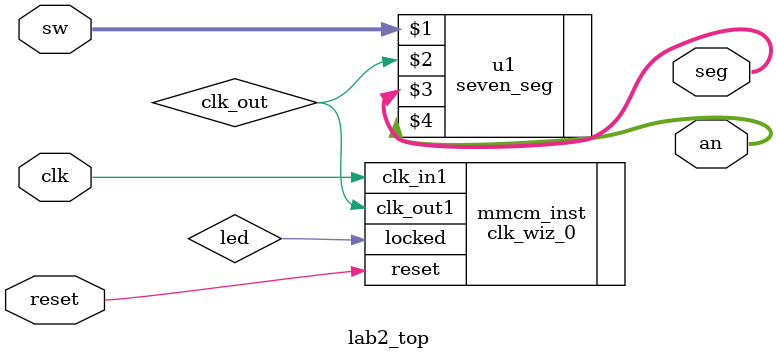
<source format=v>
`timescale 1ns / 1ps


module lab2_top(
    input [15:0]sw,
    input clk,
    input reset,
    output [6:0] seg,
    output [3:0] an
    );
    
    wire clk_out;
    wire led;
    
    clk_wiz_0 mmcm_inst
   (
    // Clock out ports
    .clk_out1(clk_out),     // output clk_out1
    // Status and control signals
    .reset(reset), // input reset
    .locked(led),       // output locked
   // Clock in ports
    .clk_in1(clk));      // input clk_in1
//    slowclock u0(clk, clk_out);
    seven_seg u1(sw,clk_out,seg,an);
    
endmodule

</source>
